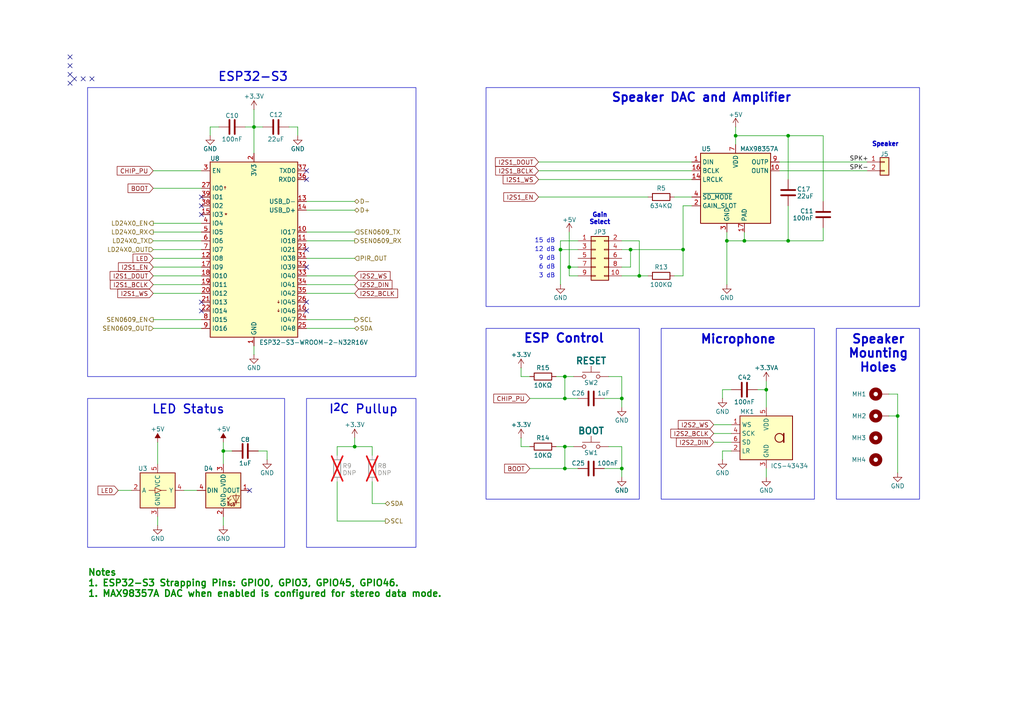
<source format=kicad_sch>
(kicad_sch (version 20250114) (generator "eeschema") (generator_version "9.0")
  (paper "A4")
  (title_block (title "ESPHome Parking Assistant") (date "2025-04-10") (rev "-") (company "Mike Lawrence"))
  (lib_symbols
    (symbol "Audio:MAX98357A"
      (property "Reference" "U" (at -8.89 11.43 0))
      (property "Value" "MAX98357A" (at 10.16 11.43 0))
      (symbol "MAX98357A_1_1"
        (rectangle (start -10.16 10.16) (end 10.16 -10.16) (stroke (width 0.254)) (fill (type background)))
        (pin input line (at -12.7 7.62 0) (length 2.54) (name "DIN") (number "1"))
        (pin input line (at -12.7 5.08 0) (length 2.54) (name "BCLK") (number "16"))
        (pin input line (at -12.7 2.54 0) (length 2.54) (name "LRCLK") (number "14"))
        (pin input line (at -12.7 -2.54 0) (length 2.54) (name "~{SD_MODE}") (number "4"))
        (pin passive line (at -12.7 -5.08 0) (length 2.54) (name "GAIN_SLOT") (number "2"))
        (pin passive line (at -2.54 -12.7 90) (length 2.54) (hide yes) (name "GND") (number "11"))
        (pin passive line (at -2.54 -12.7 90) (length 2.54) (hide yes) (name "GND") (number "15"))
        (pin power_in line (at -2.54 -12.7 90) (length 2.54) (name "GND") (number "3"))
        (pin power_in line (at 0 12.7 270) (length 2.54) (name "VDD") (number "7"))
        (pin passive line (at 0 12.7 270) (length 2.54) (hide yes) (name "VDD") (number "8"))
        (pin unspecified line (at 2.54 -12.7 90) (length 2.54) (name "PAD") (number "17"))
        (pin no_connect line (at 10.16 2.54 180) (length 2.54) (hide yes) (name "NC") (number "5"))
        (pin no_connect line (at 10.16 0 180) (length 2.54) (hide yes) (name "NC") (number "6"))
        (pin no_connect line (at 10.16 -5.08 180) (length 2.54) (hide yes) (name "NC") (number "12"))
        (pin no_connect line (at 10.16 -7.62 180) (length 2.54) (hide yes) (name "NC") (number "13"))
        (pin output line (at 12.7 7.62 180) (length 2.54) (name "OUTP") (number "9"))
        (pin output line (at 12.7 5.08 180) (length 2.54) (name "OUTN") (number "10"))
      )
    )
    (symbol "Connector_Generic:Conn_01x02" (pin_names (offset 1.016) (hide yes))
      (property "Reference" "J" (at 0 2.54 0))
      (property "Value" "Conn_01x02" (at 0 -5.08 0))
      (symbol "Conn_01x02_1_1"
        (rectangle (start -1.27 1.27) (end 1.27 -3.81) (stroke (width 0.254)) (fill (type background)))
        (rectangle (start -1.27 0.127) (end 0 -0.127) (stroke (width 0.1524)))
        (rectangle (start -1.27 -2.413) (end 0 -2.667) (stroke (width 0.1524)))
        (pin passive line (at -5.08 0 0) (length 3.81) (name "Pin_1") (number "1"))
        (pin passive line (at -5.08 -2.54 0) (length 3.81) (name "Pin_2") (number "2"))
      )
    )
    (symbol "Connector_Generic:Conn_02x05_Odd_Even" (pin_names (offset 1.016) (hide yes))
      (property "Reference" "J" (at 1.27 7.62 0))
      (property "Value" "Conn_02x05_Odd_Even" (at 1.27 -7.62 0))
      (symbol "Conn_02x05_Odd_Even_1_1"
        (rectangle (start -1.27 6.35) (end 3.81 -6.35) (stroke (width 0.254)) (fill (type background)))
        (rectangle (start -1.27 5.207) (end 0 4.953) (stroke (width 0.1524)))
        (rectangle (start -1.27 2.667) (end 0 2.413) (stroke (width 0.1524)))
        (rectangle (start -1.27 0.127) (end 0 -0.127) (stroke (width 0.1524)))
        (rectangle (start -1.27 -2.413) (end 0 -2.667) (stroke (width 0.1524)))
        (rectangle (start -1.27 -4.953) (end 0 -5.207) (stroke (width 0.1524)))
        (rectangle (start 3.81 5.207) (end 2.54 4.953) (stroke (width 0.1524)))
        (rectangle (start 3.81 2.667) (end 2.54 2.413) (stroke (width 0.1524)))
        (rectangle (start 3.81 0.127) (end 2.54 -0.127) (stroke (width 0.1524)))
        (rectangle (start 3.81 -2.413) (end 2.54 -2.667) (stroke (width 0.1524)))
        (rectangle (start 3.81 -4.953) (end 2.54 -5.207) (stroke (width 0.1524)))
        (pin passive line (at -5.08 5.08 0) (length 3.81) (name "Pin_1") (number "1"))
        (pin passive line (at -5.08 2.54 0) (length 3.81) (name "Pin_3") (number "3"))
        (pin passive line (at -5.08 0 0) (length 3.81) (name "Pin_5") (number "5"))
        (pin passive line (at -5.08 -2.54 0) (length 3.81) (name "Pin_7") (number "7"))
        (pin passive line (at -5.08 -5.08 0) (length 3.81) (name "Pin_9") (number "9"))
        (pin passive line (at 7.62 5.08 180) (length 3.81) (name "Pin_2") (number "2"))
        (pin passive line (at 7.62 2.54 180) (length 3.81) (name "Pin_4") (number "4"))
        (pin passive line (at 7.62 0 180) (length 3.81) (name "Pin_6") (number "6"))
        (pin passive line (at 7.62 -2.54 180) (length 3.81) (name "Pin_8") (number "8"))
        (pin passive line (at 7.62 -5.08 180) (length 3.81) (name "Pin_10") (number "10"))
      )
    )
    (symbol "Device:C" (pin_numbers (hide yes)) (pin_names (offset 0.254))
      (property "Reference" "C" (at 0.635 2.54 0))
      (property "Value" "C" (at 0.635 -2.54 0))
      (symbol "C_0_1"
        (polyline (pts (xy -2.032 0.762) (xy 2.032 0.762)) (stroke (width 0.508)))
        (polyline (pts (xy -2.032 -0.762) (xy 2.032 -0.762)) (stroke (width 0.508)))
      )
      (symbol "C_1_1"
        (pin passive line (at 0 3.81 270) (length 2.794) (name "~") (number "1"))
        (pin passive line (at 0 -3.81 90) (length 2.794) (name "~") (number "2"))
      )
    )
    (symbol "Device:R" (pin_numbers (hide yes)) (pin_names (offset 0))
      (property "Reference" "R" (at 2.032 0 90))
      (property "Value" "R" (at 0 0 90))
      (symbol "R_0_1"
        (rectangle (start -1.016 -2.54) (end 1.016 2.54) (stroke (width 0.254)))
      )
      (symbol "R_1_1"
        (pin passive line (at 0 3.81 270) (length 1.27) (name "~") (number "1"))
        (pin passive line (at 0 -3.81 90) (length 1.27) (name "~") (number "2"))
      )
    )
    (symbol "ESP32-S3-WROOM-2:ESP32-S3-WROOM-2"
      (property "Reference" "U2" (at 5.08 26.67 0))
      (property "Value" "ESP32-S3-WROOM-2" (at 1.524 -26.924 0))
      (symbol "ESP32-S3-WROOM-2_0_0"
        (rectangle (start -12.7 25.4) (end 12.7 -25.4) (stroke (width 0.254)) (fill (type background)))
      )
      (symbol "ESP32-S3-WROOM-2_0_1"
        (polyline (pts (xy -8.382 18.288) (xy -8.128 18.034)))
        (polyline (pts (xy -8.382 17.526) (xy -8.382 18.288) (xy -8.636 18.034)))
        (polyline (pts (xy 7.112 -14.732) (xy 7.112 -15.494) (xy 7.366 -15.24)))
        (polyline (pts (xy 7.112 -15.494) (xy 6.858 -15.24)))
        (polyline (pts (xy 7.112 -17.272) (xy 7.112 -18.034) (xy 7.366 -17.78)))
        (polyline (pts (xy 7.112 -18.034) (xy 6.858 -17.78)))
      )
      (symbol "ESP32-S3-WROOM-2_1_1"
        (text "*" (at -8.128 9.906 0) (effects (font (size 1.27 1.27))))
        (pin input line (at -15.24 22.86 0) (length 2.54) (name "EN") (number "3"))
        (pin bidirectional line (at -15.24 17.78 0) (length 2.54) (name "IO0") (number "27"))
        (pin bidirectional line (at -15.24 15.24 0) (length 2.54) (name "IO1") (number "39"))
        (pin bidirectional line (at -15.24 12.7 0) (length 2.54) (name "IO2") (number "38"))
        (pin bidirectional line (at -15.24 10.16 0) (length 2.54) (name "IO3") (number "15"))
        (pin bidirectional line (at -15.24 7.62 0) (length 2.54) (name "IO4") (number "4"))
        (pin bidirectional line (at -15.24 5.08 0) (length 2.54) (name "IO5") (number "5"))
        (pin bidirectional line (at -15.24 2.54 0) (length 2.54) (name "IO6") (number "6"))
        (pin bidirectional line (at -15.24 0 0) (length 2.54) (name "IO7") (number "7"))
        (pin bidirectional line (at -15.24 -2.54 0) (length 2.54) (name "IO8") (number "12"))
        (pin bidirectional line (at -15.24 -5.08 0) (length 2.54) (name "IO9") (number "17"))
        (pin bidirectional line (at -15.24 -7.62 0) (length 2.54) (name "IO10") (number "18"))
        (pin bidirectional line (at -15.24 -10.16 0) (length 2.54) (name "IO11") (number "19"))
        (pin bidirectional line (at -15.24 -12.7 0) (length 2.54) (name "IO12") (number "20"))
        (pin bidirectional line (at -15.24 -15.24 0) (length 2.54) (name "IO13") (number "21"))
        (pin bidirectional line (at -15.24 -17.78 0) (length 2.54) (name "IO14") (number "22"))
        (pin bidirectional line (at -15.24 -20.32 0) (length 2.54) (name "IO15") (number "8"))
        (pin bidirectional line (at -15.24 -22.86 0) (length 2.54) (name "IO16") (number "9"))
        (pin power_in line (at 0 27.94 270) (length 2.54) (name "3V3") (number "2"))
        (pin power_in line (at 0 -27.94 90) (length 2.54) (name "GND") (number "1"))
        (pin passive line (at 0 -27.94 90) (length 2.54) (hide yes) (name "GND") (number "40"))
        (pin passive line (at 0 -27.94 90) (length 2.54) (hide yes) (name "GND") (number "41"))
        (pin no_connect line (at 3.81 -25.4 270) (length 2.54) (hide yes) (name "NC3") (number "30"))
        (pin no_connect line (at 6.35 -25.4 270) (length 2.54) (hide yes) (name "NC2") (number "29"))
        (pin no_connect line (at 8.89 -25.4 270) (length 2.54) (hide yes) (name "NC1") (number "28"))
        (pin bidirectional line (at 15.24 22.86 180) (length 2.54) (name "TXD0") (number "37"))
        (pin bidirectional line (at 15.24 20.32 180) (length 2.54) (name "RXD0") (number "36"))
        (pin bidirectional line (at 15.24 13.97 180) (length 2.54) (name "USB_D-") (number "13"))
        (pin bidirectional line (at 15.24 11.43 180) (length 2.54) (name "USB_D+") (number "14"))
        (pin bidirectional line (at 15.24 5.08 180) (length 2.54) (name "IO17") (number "10"))
        (pin bidirectional line (at 15.24 2.54 180) (length 2.54) (name "IO18") (number "11"))
        (pin bidirectional line (at 15.24 0 180) (length 2.54) (name "IO21") (number "23"))
        (pin bidirectional line (at 15.24 -2.54 180) (length 2.54) (name "IO38") (number "31"))
        (pin bidirectional line (at 15.24 -5.08 180) (length 2.54) (name "IO39") (number "32"))
        (pin bidirectional line (at 15.24 -7.62 180) (length 2.54) (name "IO40") (number "33"))
        (pin bidirectional line (at 15.24 -10.16 180) (length 2.54) (name "IO41") (number "34"))
        (pin bidirectional line (at 15.24 -12.7 180) (length 2.54) (name "IO42") (number "35"))
        (pin bidirectional line (at 15.24 -15.24 180) (length 2.54) (name "IO45") (number "26"))
        (pin bidirectional line (at 15.24 -17.78 180) (length 2.54) (name "IO46") (number "16"))
        (pin bidirectional line (at 15.24 -20.32 180) (length 2.54) (name "IO47") (number "24"))
        (pin bidirectional line (at 15.24 -22.86 180) (length 2.54) (name "IO48") (number "25"))
      )
    )
    (symbol "LED:NeoPixel_THT" (pin_names (offset 0.254))
      (property "Reference" "D" (at 5.08 5.715 0))
      (property "Value" "NeoPixel_THT" (at 1.27 -5.715 0))
      (symbol "NeoPixel_THT_0_0"
        (text "RGB" (at 2.286 -4.191 0) (effects (font (size 0.762 0.762))))
      )
      (symbol "NeoPixel_THT_0_1"
        (polyline (pts (xy 1.27 -2.54) (xy 1.778 -2.54)))
        (polyline (pts (xy 1.27 -3.556) (xy 1.778 -3.556)))
        (polyline (pts (xy 2.286 -1.524) (xy 1.27 -2.54) (xy 1.27 -2.032)))
        (polyline (pts (xy 2.286 -2.54) (xy 1.27 -3.556) (xy 1.27 -3.048)))
        (polyline (pts (xy 3.683 -1.016) (xy 3.683 -3.556) (xy 3.683 -4.064)))
        (polyline (pts (xy 4.699 -1.524) (xy 2.667 -1.524) (xy 3.683 -3.556) (xy 4.699 -1.524)))
        (polyline (pts (xy 4.699 -3.556) (xy 2.667 -3.556)))
        (rectangle (start 5.08 5.08) (end -5.08 -5.08) (stroke (width 0.254)) (fill (type background)))
      )
      (symbol "NeoPixel_THT_1_1"
        (pin input line (at -7.62 0 0) (length 2.54) (name "DIN") (number "4"))
        (pin power_in line (at 0 7.62 270) (length 2.54) (name "VDD") (number "3"))
        (pin power_in line (at 0 -7.62 90) (length 2.54) (name "GND") (number "2"))
        (pin output line (at 7.62 0 180) (length 2.54) (name "DOUT") (number "1"))
      )
    )
    (symbol "Logic_LevelTranslator:SN74LV1T34DBV"
      (property "Reference" "U" (at 5.08 6.35 0))
      (property "Value" "SN74LV1T34DBV" (at 5.08 3.81 0))
      (symbol "SN74LV1T34DBV_0_1"
        (rectangle (start -5.08 5.08) (end 5.08 -5.08) (stroke (width 0.254)) (fill (type background)))
        (polyline (pts (xy -0.762 0) (xy -2.54 0)))
        (polyline (pts (xy 1.016 0) (xy 2.54 0)))
      )
      (symbol "SN74LV1T34DBV_1_1"
        (polyline (pts (xy -0.762 -0.762) (xy -0.762 0.762) (xy 1.016 0) (xy -0.762 -0.762)))
        (pin input line (at -7.62 0 0) (length 2.54) (name "A") (number "2"))
        (pin no_connect line (at -5.08 2.54 0) (length 2.54) (hide yes) (name "NC") (number "1"))
        (pin power_in line (at 0 7.62 270) (length 2.54) (name "VCC") (number "5"))
        (pin power_in line (at 0 -7.62 90) (length 2.54) (name "GND") (number "3"))
        (pin output line (at 7.62 0 180) (length 2.54) (name "Y") (number "4"))
      )
    )
    (symbol "Mechanical:MountingHole" (pin_names (offset 1.016)) (in_bom no)
      (property "Reference" "H" (at 0 5.08 0))
      (property "Value" "MountingHole" (at 0 3.175 0))
      (symbol "MountingHole_0_1"
        (circle (center 0 0) (radius 1.27) (stroke (width 1.27)))
      )
    )
    (symbol "Mechanical:MountingHole_Pad" (pin_numbers (hide yes)) (pin_names (offset 1.016) (hide yes)) (in_bom no)
      (property "Reference" "H" (at 0 6.35 0))
      (property "Value" "MountingHole_Pad" (at 0 4.445 0))
      (symbol "MountingHole_Pad_0_1"
        (circle (center 0 1.27) (radius 1.27) (stroke (width 1.27)))
      )
      (symbol "MountingHole_Pad_1_1"
        (pin input line (at 0 -2.54 90) (length 2.54) (name "1") (number "1"))
      )
    )
    (symbol "Sensor_Audio:ICS-43434"
      (property "Reference" "MK?" (at -7.62 -8.89 0))
      (property "Value" "ICS-43434" (at 2.032 -8.89 0))
      (symbol "ICS-43434_1_1"
        (rectangle (start -7.62 5.08) (end 7.62 -7.62) (stroke (width 0.254)) (fill (type background)))
        (polyline (pts (xy -5.08 0) (xy -5.08 -2.54)) (stroke (width 0.381)))
        (circle (center -3.81 -1.27) (radius 1.27) (stroke (width 0.254)))
        (pin power_in line (at 0 7.62 270) (length 2.54) (name "VDD") (number "5"))
        (pin power_in line (at 0 -10.16 90) (length 2.54) (name "GND") (number "3"))
        (pin input line (at 10.16 2.54 180) (length 2.54) (name "WS") (number "1"))
        (pin input line (at 10.16 0 180) (length 2.54) (name "SCK") (number "4"))
        (pin output line (at 10.16 -2.54 180) (length 2.54) (name "SD") (number "6"))
        (pin input line (at 10.16 -5.08 180) (length 2.54) (name "LR") (number "2"))
      )
    )
    (symbol "Switch:SW_Push" (pin_numbers (hide yes)) (pin_names (offset 1.016) (hide yes))
      (property "Reference" "SW" (at 1.27 2.54 0))
      (property "Value" "SW_Push" (at 0 -1.524 0))
      (symbol "SW_Push_0_1"
        (circle (center -2.032 0) (radius 0.508))
        (polyline (pts (xy 0 1.27) (xy 0 3.048)))
        (circle (center 2.032 0) (radius 0.508))
        (polyline (pts (xy 2.54 1.27) (xy -2.54 1.27)))
        (pin passive line (at -5.08 0 0) (length 2.54) (name "1") (number "1"))
        (pin passive line (at 5.08 0 180) (length 2.54) (name "2") (number "2"))
      )
    )
    (symbol "power:+3.3VA" (power) (pin_numbers (hide yes)) (pin_names (offset 0) (hide yes))
      (property "Value" "+3.3VA" (at 0 3.556 0))
      (symbol "+3.3VA_0_1"
        (polyline (pts (xy -0.762 1.27) (xy 0 2.54)))
        (polyline (pts (xy 0 2.54) (xy 0.762 1.27)))
        (polyline (pts (xy 0 0) (xy 0 2.54)))
      )
      (symbol "+3.3VA_1_1"
        (pin power_in line (at 0 0 90) (length 0) (name "~") (number "1"))
      )
    )
    (symbol "power:GND" (power) (pin_numbers (hide yes)) (pin_names (offset 0) (hide yes))
      (property "Value" "GND" (at 0 -3.81 0))
      (symbol "GND_0_1"
        (polyline (pts (xy 0 0) (xy 0 -1.27) (xy 1.27 -1.27) (xy 0 -2.54) (xy -1.27 -1.27) (xy 0 -1.27)))
      )
      (symbol "GND_1_1"
        (pin power_in line (at 0 0 270) (length 0) (name "~") (number "1"))
      )
    )
    (symbol "power:VBUS" (power) (pin_numbers (hide yes)) (pin_names (offset 0) (hide yes))
      (property "Value" "VBUS" (at 0 3.556 0))
      (symbol "VBUS_0_1"
        (polyline (pts (xy -0.762 1.27) (xy 0 2.54)))
        (polyline (pts (xy 0 2.54) (xy 0.762 1.27)))
        (polyline (pts (xy 0 0) (xy 0 2.54)))
      )
      (symbol "VBUS_1_1"
        (pin power_in line (at 0 0 90) (length 0) (name "~") (number "1"))
      )
    )
    (symbol "power:VS" (power) (pin_numbers (hide yes)) (pin_names (offset 0) (hide yes))
      (property "Value" "VS" (at 0 3.556 0))
      (symbol "VS_0_1"
        (polyline (pts (xy 0 0) (xy 0 2.54)))
        (polyline (pts (xy 0.762 1.27) (xy -0.762 1.27) (xy 0 2.54) (xy 0.762 1.27)) (fill (type outline)))
      )
      (symbol "VS_1_1"
        (pin power_in line (at 0 0 90) (length 0) (name "~") (number "1"))
      )
    )
  )
  (rectangle (start 140.97 25.4) (end 266.7 88.9))
  (rectangle (start 191.77 95.25) (end 236.22 144.78))
  (rectangle (start 25.4 25.4) (end 120.65 109.22))
  (rectangle (start 140.97 95.25) (end 185.42 144.78))
  (rectangle (start 25.4 115.57) (end 82.55 158.75))
  (rectangle (start 242.57 95.25) (end 266.7 144.78))
  (rectangle (start 88.9 115.57) (end 120.65 158.75))
  (text "12 dB" (at 161.036 72.39 0) (effects (font (size 1.27 1.27)) (justify right)))
  (text "3 dB" (at 161.036 80.01 0) (effects (font (size 1.27 1.27)) (justify right)))
  (text "Speaker" (at 256.794 41.91 0) (effects (font (size 1.27 1.27) (thickness 0.381) (bold yes))))
  (text "Gain\nSelect" (at 173.99 63.5 0) (effects (font (size 1.27 1.27) (thickness 0.381) (bold yes))))
  (text "I^{2}C Pullup" (at 105.41 117.348 0) (effects (font (size 2.54 2.54) (thickness 0.381) (bold yes)) (justify top)))
  (text "9 dB" (at 161.036 74.93 0) (effects (font (size 1.27 1.27)) (justify right)))
  (text "15 dB" (at 161.036 69.85 0) (effects (font (size 1.27 1.27)) (justify right)))
  (text "ESP32-S3" (at 73.406 23.876 0) (effects (font (size 2.54 2.54) (thickness 0.381) (bold yes)) (justify bottom)))
  (text "6 dB" (at 161.036 77.47 0) (effects (font (size 1.27 1.27)) (justify right)))
  (text "Speaker\nMounting\nHoles" (at 254.762 97.028 0) (effects (font (size 2.54 2.54) (thickness 0.508) (bold yes)) (justify top)))
  (text "Notes\n1. ESP32-S3 Strapping Pins: GPIO0, GPIO3, GPIO45, GPIO46.\n1. MAX98357A DAC when enabled is configured for stereo data mode." (at 25.4 165.1 0) (effects (font (size 1.905 1.905) (thickness 0.381) (bold yes)) (justify left top)))
  (text "Speaker DAC and Amplifier" (at 203.454 26.924 0) (effects (font (size 2.54 2.54) (thickness 0.508) (bold yes)) (justify top)))
  (text "ESP Control" (at 163.576 96.774 0) (effects (font (size 2.54 2.54) (thickness 0.508) (bold yes)) (justify top)))
  (text "Microphone" (at 214.122 97.028 0) (effects (font (size 2.54 2.54) (thickness 0.508) (bold yes)) (justify top)))
  (text "LED Status" (at 54.61 117.348 0) (effects (font (size 2.54 2.54) (thickness 0.381) (bold yes)) (justify top)))
  (junction (at 182.88 72.39))
  (junction (at 64.77 130.81))
  (junction (at 163.83 115.57))
  (junction (at 163.83 129.54))
  (junction (at 185.42 80.01))
  (junction (at 228.6 39.37))
  (junction (at 73.66 36.83))
  (junction (at 163.83 109.22))
  (junction (at 215.9 69.85))
  (junction (at 180.34 135.89))
  (junction (at 198.12 72.39))
  (junction (at 162.56 72.39))
  (junction (at 165.1 77.47))
  (junction (at 222.25 113.03))
  (junction (at 180.34 115.57))
  (junction (at 228.6 69.85))
  (junction (at 210.82 69.85))
  (junction (at 260.35 120.65))
  (junction (at 163.83 135.89))
  (junction (at 102.87 129.54))
  (junction (at 213.36 39.37))
  (no_connect (at 26.67 22.86))
  (no_connect (at 58.42 62.23))
  (no_connect (at 58.42 87.63))
  (no_connect (at 88.9 87.63))
  (no_connect (at 88.9 77.47))
  (no_connect (at 72.39 142.24))
  (no_connect (at 88.9 49.53))
  (no_connect (at 88.9 90.17))
  (no_connect (at 20.32 24.13))
  (no_connect (at 20.32 19.05))
  (no_connect (at 24.13 22.86))
  (no_connect (at 21.59 22.86))
  (no_connect (at 58.42 90.17))
  (no_connect (at 58.42 57.15))
  (no_connect (at 88.9 72.39))
  (no_connect (at 58.42 59.69))
  (no_connect (at 88.9 52.07))
  (no_connect (at 20.32 21.59))
  (no_connect (at 20.32 16.51))
  (wire (pts (xy 44.45 54.61) (xy 58.42 54.61)))
  (wire (pts (xy 257.81 114.3) (xy 260.35 114.3)))
  (wire (pts (xy 215.9 67.31) (xy 215.9 69.85)))
  (wire (pts (xy 153.67 115.57) (xy 163.83 115.57)))
  (wire (pts (xy 180.34 80.01) (xy 185.42 80.01)))
  (wire (pts (xy 44.45 95.25) (xy 58.42 95.25)))
  (wire (pts (xy 102.87 129.54) (xy 107.95 129.54)))
  (wire (pts (xy 180.34 115.57) (xy 180.34 109.22)))
  (wire (pts (xy 63.5 36.83) (xy 60.96 36.83)))
  (wire (pts (xy 222.25 135.89) (xy 222.25 138.43)))
  (wire (pts (xy 222.25 110.49) (xy 222.25 113.03)))
  (wire (pts (xy 71.12 36.83) (xy 73.66 36.83)))
  (wire (pts (xy 107.95 146.05) (xy 111.76 146.05)))
  (wire (pts (xy 107.95 139.7) (xy 107.95 146.05)))
  (wire (pts (xy 44.45 74.93) (xy 58.42 74.93)))
  (wire (pts (xy 238.76 58.42) (xy 238.76 39.37)))
  (wire (pts (xy 44.45 69.85) (xy 58.42 69.85)))
  (wire (pts (xy 45.72 149.86) (xy 45.72 152.4)))
  (wire (pts (xy 207.01 128.27) (xy 212.09 128.27)))
  (wire (pts (xy 86.36 36.83) (xy 86.36 39.37)))
  (wire (pts (xy 64.77 128.27) (xy 64.77 130.81)))
  (wire (pts (xy 44.45 82.55) (xy 58.42 82.55)))
  (wire (pts (xy 180.34 115.57) (xy 180.34 118.11)))
  (wire (pts (xy 228.6 52.07) (xy 228.6 39.37)))
  (wire (pts (xy 228.6 59.69) (xy 228.6 69.85)))
  (wire (pts (xy 67.31 130.81) (xy 64.77 130.81)))
  (wire (pts (xy 161.29 129.54) (xy 163.83 129.54)))
  (wire (pts (xy 207.01 123.19) (xy 212.09 123.19)))
  (wire (pts (xy 88.9 74.93) (xy 102.87 74.93)))
  (wire (pts (xy 44.45 72.39) (xy 58.42 72.39)))
  (wire (pts (xy 213.36 39.37) (xy 228.6 39.37)))
  (wire (pts (xy 83.82 36.83) (xy 86.36 36.83)))
  (wire (pts (xy 167.64 80.01) (xy 165.1 80.01)))
  (wire (pts (xy 88.9 80.01) (xy 102.87 80.01)))
  (wire (pts (xy 74.93 130.81) (xy 77.47 130.81)))
  (wire (pts (xy 182.88 72.39) (xy 198.12 72.39)))
  (wire (pts (xy 163.83 109.22) (xy 161.29 109.22)))
  (wire (pts (xy 209.55 130.81) (xy 209.55 133.35)))
  (wire (pts (xy 182.88 72.39) (xy 182.88 77.47)))
  (wire (pts (xy 44.45 49.53) (xy 58.42 49.53)))
  (wire (pts (xy 200.66 59.69) (xy 198.12 59.69)))
  (wire (pts (xy 180.34 69.85) (xy 185.42 69.85)))
  (wire (pts (xy 64.77 149.86) (xy 64.77 152.4)))
  (wire (pts (xy 260.35 114.3) (xy 260.35 120.65)))
  (wire (pts (xy 167.64 77.47) (xy 165.1 77.47)))
  (wire (pts (xy 73.66 100.33) (xy 73.66 102.87)))
  (wire (pts (xy 167.64 69.85) (xy 162.56 69.85)))
  (wire (pts (xy 44.45 85.09) (xy 58.42 85.09)))
  (wire (pts (xy 162.56 72.39) (xy 167.64 72.39)))
  (wire (pts (xy 210.82 69.85) (xy 210.82 82.55)))
  (wire (pts (xy 163.83 129.54) (xy 166.37 129.54)))
  (wire (pts (xy 162.56 72.39) (xy 162.56 82.55)))
  (wire (pts (xy 97.79 129.54) (xy 102.87 129.54)))
  (wire (pts (xy 165.1 77.47) (xy 165.1 67.31)))
  (wire (pts (xy 44.45 67.31) (xy 58.42 67.31)))
  (wire (pts (xy 44.45 80.01) (xy 58.42 80.01)))
  (wire (pts (xy 73.66 31.75) (xy 73.66 36.83)))
  (wire (pts (xy 163.83 135.89) (xy 167.64 135.89)))
  (wire (pts (xy 212.09 130.81) (xy 209.55 130.81)))
  (wire (pts (xy 102.87 127) (xy 102.87 129.54)))
  (wire (pts (xy 73.66 36.83) (xy 76.2 36.83)))
  (wire (pts (xy 180.34 135.89) (xy 180.34 138.43)))
  (wire (pts (xy 165.1 80.01) (xy 165.1 77.47)))
  (wire (pts (xy 213.36 39.37) (xy 213.36 41.91)))
  (wire (pts (xy 151.13 127) (xy 151.13 129.54)))
  (wire (pts (xy 212.09 113.03) (xy 209.55 113.03)))
  (wire (pts (xy 107.95 129.54) (xy 107.95 132.08)))
  (wire (pts (xy 207.01 125.73) (xy 212.09 125.73)))
  (wire (pts (xy 34.29 142.24) (xy 38.1 142.24)))
  (wire (pts (xy 153.67 129.54) (xy 151.13 129.54)))
  (wire (pts (xy 88.9 69.85) (xy 102.87 69.85)))
  (wire (pts (xy 215.9 69.85) (xy 210.82 69.85)))
  (wire (pts (xy 153.67 135.89) (xy 163.83 135.89)))
  (wire (pts (xy 162.56 69.85) (xy 162.56 72.39)))
  (wire (pts (xy 163.83 109.22) (xy 166.37 109.22)))
  (wire (pts (xy 151.13 106.68) (xy 151.13 109.22)))
  (wire (pts (xy 88.9 67.31) (xy 102.87 67.31)))
  (wire (pts (xy 198.12 72.39) (xy 198.12 80.01)))
  (wire (pts (xy 163.83 129.54) (xy 163.83 135.89)))
  (wire (pts (xy 156.21 46.99) (xy 200.66 46.99)))
  (wire (pts (xy 73.66 36.83) (xy 73.66 44.45)))
  (wire (pts (xy 153.67 109.22) (xy 151.13 109.22)))
  (wire (pts (xy 180.34 72.39) (xy 182.88 72.39)))
  (wire (pts (xy 45.72 128.27) (xy 45.72 134.62)))
  (wire (pts (xy 176.53 129.54) (xy 180.34 129.54)))
  (wire (pts (xy 213.36 36.83) (xy 213.36 39.37)))
  (wire (pts (xy 64.77 130.81) (xy 64.77 134.62)))
  (wire (pts (xy 222.25 113.03) (xy 222.25 118.11)))
  (wire (pts (xy 60.96 36.83) (xy 60.96 39.37)))
  (wire (pts (xy 97.79 151.13) (xy 111.76 151.13)))
  (wire (pts (xy 77.47 130.81) (xy 77.47 133.35)))
  (wire (pts (xy 44.45 77.47) (xy 58.42 77.47)))
  (wire (pts (xy 180.34 77.47) (xy 182.88 77.47)))
  (wire (pts (xy 167.64 115.57) (xy 163.83 115.57)))
  (wire (pts (xy 260.35 120.65) (xy 257.81 120.65)))
  (wire (pts (xy 156.21 57.15) (xy 187.96 57.15)))
  (wire (pts (xy 156.21 52.07) (xy 200.66 52.07)))
  (wire (pts (xy 88.9 82.55) (xy 102.87 82.55)))
  (wire (pts (xy 163.83 109.22) (xy 163.83 115.57)))
  (wire (pts (xy 209.55 113.03) (xy 209.55 115.57)))
  (wire (pts (xy 185.42 69.85) (xy 185.42 80.01)))
  (wire (pts (xy 176.53 109.22) (xy 180.34 109.22)))
  (wire (pts (xy 226.06 49.53) (xy 251.46 49.53)))
  (wire (pts (xy 97.79 139.7) (xy 97.79 151.13)))
  (wire (pts (xy 156.21 49.53) (xy 200.66 49.53)))
  (wire (pts (xy 88.9 85.09) (xy 102.87 85.09)))
  (wire (pts (xy 44.45 92.71) (xy 58.42 92.71)))
  (wire (pts (xy 185.42 80.01) (xy 187.96 80.01)))
  (wire (pts (xy 198.12 72.39) (xy 198.12 59.69)))
  (wire (pts (xy 175.26 115.57) (xy 180.34 115.57)))
  (wire (pts (xy 88.9 58.42) (xy 102.87 58.42)))
  (wire (pts (xy 228.6 39.37) (xy 238.76 39.37)))
  (wire (pts (xy 238.76 69.85) (xy 228.6 69.85)))
  (wire (pts (xy 228.6 69.85) (xy 215.9 69.85)))
  (wire (pts (xy 88.9 92.71) (xy 102.87 92.71)))
  (wire (pts (xy 180.34 129.54) (xy 180.34 135.89)))
  (wire (pts (xy 88.9 95.25) (xy 102.87 95.25)))
  (wire (pts (xy 198.12 80.01) (xy 195.58 80.01)))
  (wire (pts (xy 260.35 120.65) (xy 260.35 137.16)))
  (wire (pts (xy 44.45 64.77) (xy 58.42 64.77)))
  (wire (pts (xy 219.71 113.03) (xy 222.25 113.03)))
  (wire (pts (xy 238.76 66.04) (xy 238.76 69.85)))
  (wire (pts (xy 53.34 142.24) (xy 57.15 142.24)))
  (wire (pts (xy 180.34 135.89) (xy 175.26 135.89)))
  (wire (pts (xy 200.66 57.15) (xy 195.58 57.15)))
  (wire (pts (xy 97.79 132.08) (xy 97.79 129.54)))
  (wire (pts (xy 210.82 69.85) (xy 210.82 67.31)))
  (wire (pts (xy 88.9 60.96) (xy 102.87 60.96)))
  (wire (pts (xy 226.06 46.99) (xy 251.46 46.99)))
  (label "SPK-" (at 246.38 49.53 0))
  (label "SPK+" (at 246.38 46.99 0))
  (global_label "I2S1_WS" (shape input) (at 44.45 85.09 180) (property "Intersheetrefs" "${INTERSHEET_REFS}" (effects (hide yes))))
  (global_label "I2S2_DIN" (shape input) (at 102.87 82.55 0) (property "Intersheetrefs" "${INTERSHEET_REFS}" (effects (hide yes))))
  (global_label "LED" (shape input) (at 34.29 142.24 180) (property "Intersheetrefs" "${INTERSHEET_REFS}" (effects (hide yes))))
  (global_label "I2S2_BCLK" (shape input) (at 102.87 85.09 0) (property "Intersheetrefs" "${INTERSHEET_REFS}" (effects (hide yes))))
  (global_label "I2S1_EN" (shape input) (at 156.21 57.15 180) (property "Intersheetrefs" "${INTERSHEET_REFS}" (effects (hide yes))))
  (global_label "I2S2_WS" (shape input) (at 207.01 123.19 180) (property "Intersheetrefs" "${INTERSHEET_REFS}" (effects (hide yes))))
  (global_label "I2S1_BCLK" (shape input) (at 44.45 82.55 180) (property "Intersheetrefs" "${INTERSHEET_REFS}" (effects (hide yes))))
  (global_label "I2S2_DIN" (shape input) (at 207.01 128.27 180) (property "Intersheetrefs" "${INTERSHEET_REFS}" (effects (hide yes))))
  (global_label "BOOT" (shape input) (at 44.45 54.61 180) (property "Intersheetrefs" "${INTERSHEET_REFS}" (effects (hide yes))))
  (global_label "I2S1_EN" (shape input) (at 44.45 77.47 180) (property "Intersheetrefs" "${INTERSHEET_REFS}" (effects (hide yes))))
  (global_label "I2S1_DOUT" (shape input) (at 156.21 46.99 180) (property "Intersheetrefs" "${INTERSHEET_REFS}" (effects (hide yes))))
  (global_label "LED" (shape input) (at 44.45 74.93 180) (property "Intersheetrefs" "${INTERSHEET_REFS}" (effects (hide yes))))
  (global_label "I2S1_WS" (shape input) (at 156.21 52.07 180) (property "Intersheetrefs" "${INTERSHEET_REFS}" (effects (hide yes))))
  (global_label "I2S1_BCLK" (shape input) (at 156.21 49.53 180) (property "Intersheetrefs" "${INTERSHEET_REFS}" (effects (hide yes))))
  (global_label "CHIP_PU" (shape input) (at 153.67 115.57 180) (property "Intersheetrefs" "${INTERSHEET_REFS}" (effects (hide yes))))
  (global_label "I2S1_DOUT" (shape input) (at 44.45 80.01 180) (property "Intersheetrefs" "${INTERSHEET_REFS}" (effects (hide yes))))
  (global_label "I2S2_WS" (shape input) (at 102.87 80.01 0) (property "Intersheetrefs" "${INTERSHEET_REFS}" (effects (hide yes))))
  (global_label "CHIP_PU" (shape input) (at 44.45 49.53 180) (property "Intersheetrefs" "${INTERSHEET_REFS}" (effects (hide yes))))
  (global_label "I2S2_BCLK" (shape input) (at 207.01 125.73 180) (property "Intersheetrefs" "${INTERSHEET_REFS}" (effects (hide yes))))
  (global_label "BOOT" (shape input) (at 153.67 135.89 180) (property "Intersheetrefs" "${INTERSHEET_REFS}" (effects (hide yes))))
  (hierarchical_label "SEN0609_EN" (shape output) (at 44.45 92.71 180))
  (hierarchical_label "SCL" (shape output) (at 102.87 92.71 0))
  (hierarchical_label "D+" (shape bidirectional) (at 102.87 60.96 0))
  (hierarchical_label "LD24X0_TX" (shape input) (at 44.45 69.85 180))
  (hierarchical_label "SDA" (shape bidirectional) (at 102.87 95.25 0))
  (hierarchical_label "LD24X0_RX" (shape output) (at 44.45 67.31 180))
  (hierarchical_label "SEN0609_OUT" (shape input) (at 44.45 95.25 180))
  (hierarchical_label "SEN0609_TX" (shape input) (at 102.87 67.31 0))
  (hierarchical_label "LD24X0_EN" (shape output) (at 44.45 64.77 180))
  (hierarchical_label "SCL" (shape output) (at 111.76 151.13 0))
  (hierarchical_label "LD24X0_OUT" (shape input) (at 44.45 72.39 180))
  (hierarchical_label "SEN0609_RX" (shape output) (at 102.87 69.85 0))
  (hierarchical_label "PIR_OUT" (shape input) (at 102.87 74.93 0))
  (hierarchical_label "SDA" (shape bidirectional) (at 111.76 146.05 0))
  (hierarchical_label "D-" (shape bidirectional) (at 102.87 58.42 0))
  (symbol (lib_id "Mechanical:MountingHole") (at 254 127 0) (unit 1) (in_bom no)
    (property "Reference" "MH3" (at 251.206 127 0) (effects (justify right)))
    (property "Footprint" "MountingHole:MountingHole_2.2mm_M2_Pad" (effects (hide yes)))
    (property "Description" "Mounting Hole without connection" (effects (hide yes)))
  )
  (symbol (lib_id "Mechanical:MountingHole") (at 254 133.35 0) (unit 1) (in_bom no)
    (property "Reference" "MH4" (at 251.206 133.35 0) (effects (justify right)))
    (property "Footprint" "MountingHole:MountingHole_2.2mm_M2_Pad" (effects (hide yes)))
    (property "Description" "Mounting Hole without connection" (effects (hide yes)))
  )
  (symbol (lib_id "power:GND") (at 60.96 39.37 0) (unit 1)
    (property "Reference" "#PWR016" (effects (hide yes)))
    (property "Value" "GND" (at 60.96 43.18 0))
    (property "Description" "Power symbol creates a global label with name \"GND\" , ground" (effects (hide yes)))
  )
  (symbol (lib_id "power:VS") (at 64.77 128.27 0) (unit 1)
    (property "Reference" "#PWR020" (effects (hide yes)))
    (property "Value" "+5V" (at 64.77 124.46 0))
    (property "Description" "Power symbol creates a global label with name \"VS\"" (effects (hide yes)))
  )
  (symbol (lib_id "power:+3.3VA") (at 151.13 106.68 0) (unit 1)
    (property "Reference" "#PWR076" (effects (hide yes)))
    (property "Value" "+3.3V" (at 151.13 102.87 0))
    (property "Description" "Power symbol creates a global label with name \"+3.3VA\"" (effects (hide yes)))
  )
  (symbol (lib_id "power:GND") (at 210.82 82.55 0) (unit 1)
    (property "Reference" "#PWR047" (effects (hide yes)))
    (property "Value" "GND" (at 210.82 86.36 0))
    (property "Description" "Power symbol creates a global label with name \"GND\" , ground" (effects (hide yes)))
  )
  (symbol (lib_id "power:GND") (at 260.35 137.16 0) (unit 1)
    (property "Reference" "#PWR081" (effects (hide yes)))
    (property "Value" "GND" (at 260.35 140.97 0))
    (property "Description" "Power symbol creates a global label with name \"GND\" , ground" (effects (hide yes)))
  )
  (symbol (lib_id "power:GND") (at 222.25 138.43 0) (unit 1)
    (property "Reference" "#PWR071" (effects (hide yes)))
    (property "Value" "GND" (at 222.25 142.24 0))
    (property "Description" "Power symbol creates a global label with name \"GND\" , ground" (effects (hide yes)))
  )
  (symbol (lib_id "Audio:MAX98357A") (at 213.36 54.61 0) (unit 1)
    (property "Reference" "U5" (at 203.454 43.18 0) (effects (justify left)))
    (property "Value" "MAX98357A" (at 214.63 43.18 0) (effects (justify left)))
    (property "Footprint" "Package_DFN_QFN:TQFN-16-1EP_3x3mm_P0.5mm_EP1.23x1.23mm" (effects (hide yes)))
    (property "Datasheet" "https://www.analog.com/media/en/technical-documentation/data-sheets/MAX98357A-MAX98357B.pdf" (effects (hide yes)))
    (property "Description" "Mono DAC with amplifier, I2S, PCM, TDM, 32-bit, 96khz, 3.2W, TQFP-16" (effects (hide yes)))
    (property "Part Number" "MAX98357AETE" (effects (hide yes)))
    (property "Manufacturer" "Maxim" (effects (hide yes)))
  )
  (symbol (lib_id "Device:R") (at 157.48 129.54 90) (unit 1)
    (property "Reference" "R14" (at 157.48 127 90))
    (property "Value" "10KΩ" (at 157.48 132.08 90))
    (property "Footprint" "Resistor_SMD:R_0402_1005Metric" (effects (hide yes)))
    (property "Description" "Resistor, 10KΩ, 62.5mW, 1%, 0402" (effects (hide yes)))
    (property "Manufacturer" "Vishay / Dale" (effects (hide yes)))
    (property "Part Number" "CRCW040210K0FKED" (effects (hide yes)))
  )
  (symbol (lib_id "Device:C") (at 215.9 113.03 90) (unit 1)
    (property "Reference" "C42" (at 215.9 109.474 90))
    (property "Value" "100nF" (at 215.9 116.586 90))
    (property "Footprint" "Capacitor_SMD:C_0402_1005Metric" (effects (hide yes)))
    (property "Description" "Capacitor, 100nF, MLCC, 50V, X7R, 10%, 0402" (effects (hide yes)))
    (property "Manufacturer" "Samsung" (effects (hide yes)))
    (property "Part Number" "CL05B104KB54PNC" (effects (hide yes)))
  )
  (symbol (lib_id "Connector_Generic:Conn_02x05_Odd_Even") (at 172.72 74.93 0) (unit 1)
    (property "Reference" "JP3" (at 173.99 67.31 0))
    (property "Value" "Gain" (effects (hide yes)))
    (property "Footprint" "TMM-105-01-X-D-SM:SAMTEC_TMM-105-01-X-D-SM" (effects (hide yes)))
    (property "Description" "Header, 10 position, 2mm spacing, dual row, 02x05, SMT" (effects (hide yes)))
    (property "Manufacturer" "Samtec" (effects (hide yes)))
    (property "Part Number" "TMM-105-01-L-D-SM-P-TR" (effects (hide yes)))
  )
  (symbol (lib_id "power:VS") (at 45.72 128.27 0) (unit 1)
    (property "Reference" "#PWR019" (effects (hide yes)))
    (property "Value" "+5V" (at 45.72 124.46 0))
    (property "Description" "Power symbol creates a global label with name \"VS\"" (effects (hide yes)))
  )
  (symbol (lib_id "power:GND") (at 162.56 82.55 0) (unit 1)
    (property "Reference" "#PWR075" (effects (hide yes)))
    (property "Value" "GND" (at 162.56 86.36 0))
    (property "Description" "Power symbol creates a global label with name \"GND\" , ground" (effects (hide yes)))
  )
  (symbol (lib_id "Device:R") (at 191.77 80.01 90) (mirror x) (unit 1)
    (property "Reference" "R13" (at 191.77 77.47 90))
    (property "Value" "100KΩ" (at 191.77 82.55 90))
    (property "Footprint" "Resistor_SMD:R_0402_1005Metric" (effects (hide yes)))
    (property "Description" "Resistor, 100KΩ, 62.5mW, 1%, 0402" (effects (hide yes)))
    (property "Part Number" "CRCW0402100KFKED" (effects (hide yes)))
    (property "Manufacturer" "Vishay / Dale" (effects (hide yes)))
  )
  (symbol (lib_id "power:+3.3VA") (at 102.87 127 0) (unit 1)
    (property "Reference" "#PWR015" (effects (hide yes)))
    (property "Value" "+3.3V" (at 102.87 123.19 0))
    (property "Description" "Power symbol creates a global label with name \"+3.3VA\"" (effects (hide yes)))
  )
  (symbol (lib_id "LED:NeoPixel_THT") (at 64.77 142.24 0) (unit 1)
    (property "Reference" "D4" (at 60.452 135.89 0))
    (property "Value" "NeoPixel_THT" (effects (hide yes)))
    (property "Footprint" "LED_THT:LED_D5.0mm-4_RGB" (effects (hide yes)))
    (property "Datasheet" "https://www.adafruit.com/product/1938" (effects (hide yes)))
    (property "Description" "RGB LED with integrated controller, 5mm/8mm LED package" (effects (hide yes)))
    (property "Manufacturer" "Adafruit" (effects (hide yes)))
    (property "Part Number" "1938" (effects (hide yes)))
  )
  (symbol (lib_id "Device:R") (at 97.79 135.89 0) (unit 1) (dnp yes)
    (property "Reference" "R9" (at 99.314 135.128 0) (effects (justify left)))
    (property "Value" "DNP" (at 99.314 137.16 0) (effects (justify left)))
    (property "Footprint" "Resistor_SMD:R_0402_1005Metric" (effects (hide yes)))
    (property "Description" "Resistor, Do Not Populate, 0402" (effects (hide yes)))
  )
  (symbol (lib_id "Logic_LevelTranslator:SN74LV1T34DBV") (at 45.72 142.24 0) (unit 1)
    (property "Reference" "U3" (at 41.402 135.89 0))
    (property "Value" "SN74LV1T34DBV" (effects (hide yes)))
    (property "Footprint" "Package_TO_SOT_SMD:SOT-23-5" (effects (hide yes)))
    (property "Datasheet" "https://www.ti.com/lit/ds/symlink/sn74lv1t34.pdf" (effects (hide yes)))
    (property "Description" "IC, Single Power Supply, Single Buffer GATE, CMOS Logic, Level Shifter, SOT-23-5" (effects (hide yes)))
    (property "Manufacturer" "Texas Instruments" (effects (hide yes)))
    (property "Part Number" "SN74LV1T34DBV" (effects (hide yes)))
  )
  (symbol (lib_id "Switch:SW_Push") (at 171.45 109.22 0) (mirror y) (unit 1)
    (property "Reference" "SW2" (at 171.45 110.998 0))
    (property "Value" "RESET" (at 171.45 104.648 0) (effects (font (size 1.905 1.905) (thickness 0.381) (bold yes))))
    (property "Footprint" "Button_Switch_SMD:SW_SPST_B3U-1000P-B" (effects (hide yes)))
    (property "Datasheet" "https://omronfs.omron.com/en_US/ecb/products/pdf/en-b3u.pdf" (effects (hide yes)))
    (property "Description" "Switch, SMD" (effects (hide yes)))
    (property "Part Number" "B3U-1000P" (effects (hide yes)))
    (property "Manufacturer" "Omron" (effects (hide yes)))
  )
  (symbol (lib_id "power:GND") (at 180.34 138.43 0) (unit 1)
    (property "Reference" "#PWR078" (effects (hide yes)))
    (property "Value" "GND" (at 180.34 142.24 0))
    (property "Description" "Power symbol creates a global label with name \"GND\" , ground" (effects (hide yes)))
  )
  (symbol (lib_id "power:VBUS") (at 213.36 36.83 0) (unit 1)
    (property "Reference" "#PWR048" (effects (hide yes)))
    (property "Value" "+5V" (at 213.36 33.274 0))
    (property "Description" "Power symbol creates a global label with name \"VBUS\"" (effects (hide yes)))
  )
  (symbol (lib_id "Device:R") (at 107.95 135.89 0) (unit 1) (dnp yes)
    (property "Reference" "R8" (at 109.474 135.128 0) (effects (justify left)))
    (property "Value" "DNP" (at 109.474 137.16 0) (effects (justify left)))
    (property "Footprint" "Resistor_SMD:R_0402_1005Metric" (effects (hide yes)))
    (property "Description" "Resistor, Do Not Populate, 0402" (effects (hide yes)))
  )
  (symbol (lib_id "power:VBUS") (at 165.1 67.31 0) (unit 1)
    (property "Reference" "#PWR073" (effects (hide yes)))
    (property "Value" "+5V" (at 165.1 63.754 0))
    (property "Description" "Power symbol creates a global label with name \"VBUS\"" (effects (hide yes)))
  )
  (symbol (lib_id "power:GND") (at 64.77 152.4 0) (unit 1)
    (property "Reference" "#PWR024" (effects (hide yes)))
    (property "Value" "GND" (at 64.77 156.21 0))
    (property "Description" "Power symbol creates a global label with name \"GND\" , ground" (effects (hide yes)))
  )
  (symbol (lib_id "power:+3.3VA") (at 222.25 110.49 0) (unit 1)
    (property "Reference" "#PWR070" (effects (hide yes)))
    (property "Value" "+3.3VA" (at 222.25 106.68 0))
    (property "Description" "Power symbol creates a global label with name \"+3.3VA\"" (effects (hide yes)))
  )
  (symbol (lib_id "Device:C") (at 171.45 135.89 270) (unit 1)
    (property "Reference" "C25" (at 169.672 134.366 90) (effects (justify right)))
    (property "Value" "100nF" (at 173.228 134.366 90) (effects (justify left)))
    (property "Footprint" "Capacitor_SMD:C_0402_1005Metric" (effects (hide yes)))
    (property "Description" "Capacitor, 100nF, MLCC, 50V, X7R, 10%, 0402" (effects (hide yes)))
    (property "Manufacturer" "Samsung" (effects (hide yes)))
    (property "Part Number" "CL05B104KB54PNC" (effects (hide yes)))
  )
  (symbol (lib_id "Device:R") (at 191.77 57.15 90) (mirror x) (unit 1)
    (property "Reference" "R5" (at 191.77 54.61 90))
    (property "Value" "634KΩ" (at 191.77 59.69 90))
    (property "Footprint" "Resistor_SMD:R_0402_1005Metric" (effects (hide yes)))
    (property "Description" "Resistor, 634KΩ, 62.5mW, 1%, 0402" (effects (hide yes)))
    (property "Part Number" "CRCW0402634KFKED" (effects (hide yes)))
    (property "Manufacturer" "Vishay / Dale" (effects (hide yes)))
  )
  (symbol (lib_id "power:GND") (at 209.55 115.57 0) (unit 1)
    (property "Reference" "#PWR072" (effects (hide yes)))
    (property "Value" "GND" (at 209.55 119.38 0))
    (property "Description" "Power symbol creates a global label with name \"GND\" , ground" (effects (hide yes)))
  )
  (symbol (lib_id "power:+3.3VA") (at 151.13 127 0) (unit 1)
    (property "Reference" "#PWR077" (effects (hide yes)))
    (property "Value" "+3.3V" (at 151.13 123.19 0))
    (property "Description" "Power symbol creates a global label with name \"+3.3VA\"" (effects (hide yes)))
  )
  (symbol (lib_id "Device:C") (at 80.01 36.83 90) (mirror x) (unit 1)
    (property "Reference" "C12" (at 80.01 33.274 90))
    (property "Value" "22uF" (at 80.01 40.386 90))
    (property "Footprint" "Capacitor_SMD:C_0603_1608Metric" (effects (hide yes)))
    (property "Description" "Capacitor, 22uF, MLCC, 6.3V, X5R, 20%, 0603" (effects (hide yes)))
    (property "Manufacturer" "Murata" (effects (hide yes)))
    (property "Part Number" "GRM188R60J226MEA0D" (effects (hide yes)))
  )
  (symbol (lib_id "Device:C") (at 238.76 62.23 0) (mirror y) (unit 1)
    (property "Reference" "C11" (at 235.966 61.214 0) (effects (justify left)))
    (property "Value" "100nF" (at 235.966 63.246 0) (effects (justify left)))
    (property "Footprint" "Capacitor_SMD:C_0402_1005Metric" (effects (hide yes)))
    (property "Description" "Capacitor, 100nF, MLCC, 50V, X7R, 10%, 0402" (effects (hide yes)))
    (property "Manufacturer" "Samsung" (effects (hide yes)))
    (property "Part Number" "CL05B104KB54PNC" (effects (hide yes)))
  )
  (symbol (lib_id "Device:R") (at 157.48 109.22 90) (unit 1)
    (property "Reference" "R15" (at 157.48 106.68 90))
    (property "Value" "10KΩ" (at 157.48 111.76 90))
    (property "Footprint" "Resistor_SMD:R_0402_1005Metric" (effects (hide yes)))
    (property "Description" "Resistor, 10KΩ, 62.5mW, 1%, 0402" (effects (hide yes)))
    (property "Manufacturer" "Vishay / Dale" (effects (hide yes)))
    (property "Part Number" "CRCW040210K0FKED" (effects (hide yes)))
  )
  (symbol (lib_id "Device:C") (at 67.31 36.83 90) (unit 1)
    (property "Reference" "C10" (at 67.31 33.528 90))
    (property "Value" "100nF" (at 67.31 40.386 90))
    (property "Footprint" "Capacitor_SMD:C_0402_1005Metric" (effects (hide yes)))
    (property "Description" "Capacitor, 100nF, MLCC, 50V, X7R, 10%, 0402" (effects (hide yes)))
    (property "Manufacturer" "Samsung" (effects (hide yes)))
    (property "Part Number" "CL05B104KB54PNC" (effects (hide yes)))
  )
  (symbol (lib_id "power:GND") (at 45.72 152.4 0) (unit 1)
    (property "Reference" "#PWR023" (effects (hide yes)))
    (property "Value" "GND" (at 45.72 156.21 0))
    (property "Description" "Power symbol creates a global label with name \"GND\" , ground" (effects (hide yes)))
  )
  (symbol (lib_id "Switch:SW_Push") (at 171.45 129.54 0) (mirror y) (unit 1)
    (property "Reference" "SW1" (at 171.45 131.318 0))
    (property "Value" "BOOT" (at 171.45 124.968 0) (effects (font (size 1.905 1.905) (thickness 0.381) (bold yes))))
    (property "Footprint" "Button_Switch_SMD:SW_SPST_B3U-1000P-B" (effects (hide yes)))
    (property "Datasheet" "https://omronfs.omron.com/en_US/ecb/products/pdf/en-b3u.pdf" (effects (hide yes)))
    (property "Description" "Switch, SMD" (effects (hide yes)))
    (property "Part Number" "B3U-1000P" (effects (hide yes)))
    (property "Manufacturer" "Omron" (effects (hide yes)))
  )
  (symbol (lib_id "Device:C") (at 171.45 115.57 90) (unit 1)
    (property "Reference" "C26" (at 169.672 114.046 90) (effects (justify left)))
    (property "Value" "1uF" (at 173.228 114.046 90) (effects (justify right)))
    (property "Footprint" "Capacitor_SMD:C_0402_1005Metric" (effects (hide yes)))
    (property "Description" "Capacitor, 1uF, MLCC, 25V, X5R, 10%, 0402" (effects (hide yes)))
    (property "Manufacturer" "Samsung" (effects (hide yes)))
    (property "Part Number" "CL05A105KA5NQNC" (effects (hide yes)))
  )
  (symbol (lib_id "Mechanical:MountingHole_Pad") (at 255.27 120.65 90) (unit 1) (in_bom no)
    (property "Reference" "MH2" (at 249.174 120.65 90))
    (property "Footprint" "MountingHole:MountingHole_2.2mm_M2_Pad" (effects (hide yes)))
    (property "Description" "Mounting Hole with connection" (effects (hide yes)))
  )
  (symbol (lib_id "ESP32-S3-WROOM-2:ESP32-S3-WROOM-2") (at 73.66 72.39 0) (unit 1)
    (property "Reference" "U8" (at 60.96 45.974 0) (effects (justify left)))
    (property "Value" "ESP32-S3-WROOM-2-N32R16V" (at 75.184 99.314 0) (effects (justify left)))
    (property "Footprint" "RF_Module:ESP32-S3-WROOM-2" (effects (hide yes)))
    (property "Datasheet" "https://www.espressif.com/sites/default/files/documentation/esp32-s3-wroom-2_datasheet_en.pdf" (effects (hide yes)))
    (property "Description" "RF Module, ESP32-S3 SoC, Wi-Fi 802.11b/g/n, Bluetooth, BLE, 32-bit, 3.3V, onboard antenna, SMD" (effects (hide yes)))
    (property "Manufacturer" "Espressif" (effects (hide yes)))
    (property "Part Number" "ESP32-S3-WROOM-2-N32R16V" (effects (hide yes)))
  )
  (symbol (lib_id "power:GND") (at 73.66 102.87 0) (unit 1)
    (property "Reference" "#PWR018" (effects (hide yes)))
    (property "Value" "GND" (at 73.66 106.68 0))
    (property "Description" "Power symbol creates a global label with name \"GND\" , ground" (effects (hide yes)))
  )
  (symbol (lib_id "Device:C") (at 71.12 130.81 90) (unit 1)
    (property "Reference" "C8" (at 71.12 127.508 90))
    (property "Value" "1uF" (at 71.12 134.366 90))
    (property "Footprint" "Capacitor_SMD:C_0402_1005Metric" (effects (hide yes)))
    (property "Description" "Capacitor, 1uF, MLCC, 25V, X5R, 10%, 0402" (effects (hide yes)))
    (property "Manufacturer" "Samsung" (effects (hide yes)))
    (property "Part Number" "CL05A105KA5NQNC" (effects (hide yes)))
  )
  (symbol (lib_id "power:GND") (at 86.36 39.37 0) (unit 1)
    (property "Reference" "#PWR017" (effects (hide yes)))
    (property "Value" "GND" (at 86.36 43.18 0))
    (property "Description" "Power symbol creates a global label with name \"GND\" , ground" (effects (hide yes)))
  )
  (symbol (lib_id "Connector_Generic:Conn_01x02") (at 256.54 46.99 0) (unit 1)
    (property "Reference" "J5" (at 256.54 44.704 0))
    (property "Value" "SPKR" (effects (hide yes)))
    (property "Footprint" "Connector_PinHeader_2.00mm:PinHeader_1x02_P2.00mm_Vertical" (effects (hide yes)))
    (property "Description" "Solder Holes for up to 24 ga wire" (effects (hide yes)))
    (property "Manufacturer" "Same Sky" (effects (hide yes)))
    (property "Part Number" "CMS-251437-24SP-X8 " (effects (hide yes)))
  )
  (symbol (lib_id "power:+3.3VA") (at 73.66 31.75 0) (unit 1)
    (property "Reference" "#PWR013" (effects (hide yes)))
    (property "Value" "+3.3V" (at 73.66 27.94 0))
    (property "Description" "Power symbol creates a global label with name \"+3.3VA\"" (effects (hide yes)))
  )
  (symbol (lib_id "power:GND") (at 209.55 133.35 0) (unit 1)
    (property "Reference" "#PWR049" (effects (hide yes)))
    (property "Value" "GND" (at 209.55 137.16 0))
    (property "Description" "Power symbol creates a global label with name \"GND\" , ground" (effects (hide yes)))
  )
  (symbol (lib_id "Sensor_Audio:ICS-43434") (at 222.25 125.73 0) (mirror y) (unit 1)
    (property "Reference" "MK1" (at 214.63 119.38 0) (effects (justify right)))
    (property "Value" "ICS-43434" (at 223.52 135.128 0) (effects (justify right)))
    (property "Footprint" "Sensor_Audio:InvenSense_ICS-43434-6_3.5x2.65mm" (effects (hide yes)))
    (property "Datasheet" "https://www.invensense.com/wp-content/uploads/2016/02/DS-000069-ICS-43434-v1.2.pdf" (effects (hide yes)))
    (property "Description" "TDK InvenSense MEMS Microphone, 24-bit I2S, 65 dBA SNR, LGA-6" (effects (hide yes)))
    (property "Manufacturer" "TDK InvenSense" (effects (hide yes)))
    (property "Part Number" "ICS-43434" (effects (hide yes)))
  )
  (symbol (lib_id "Mechanical:MountingHole_Pad") (at 255.27 114.3 90) (unit 1) (in_bom no)
    (property "Reference" "MH1" (at 249.174 114.3 90))
    (property "Footprint" "MountingHole:MountingHole_2.2mm_M2_Pad" (effects (hide yes)))
    (property "Description" "Mounting Hole with connection" (effects (hide yes)))
  )
  (symbol (lib_id "power:GND") (at 77.47 133.35 0) (unit 1)
    (property "Reference" "#PWR021" (effects (hide yes)))
    (property "Value" "GND" (at 77.47 137.16 0))
    (property "Description" "Power symbol creates a global label with name \"GND\" , ground" (effects (hide yes)))
  )
  (symbol (lib_id "power:GND") (at 180.34 118.11 0) (unit 1)
    (property "Reference" "#PWR022" (effects (hide yes)))
    (property "Value" "GND" (at 180.34 121.92 0))
    (property "Description" "Power symbol creates a global label with name \"GND\" , ground" (effects (hide yes)))
  )
  (symbol (lib_id "Device:C") (at 228.6 55.88 0) (unit 1)
    (property "Reference" "C17" (at 231.14 54.864 0) (effects (justify left)))
    (property "Value" "22uF" (at 231.14 56.896 0) (effects (justify left)))
    (property "Footprint" "Capacitor_SMD:C_0603_1608Metric" (effects (hide yes)))
    (property "Description" "Capacitor, 22uF, MLCC, 6.3V, X5R, 20%, 0603" (effects (hide yes)))
    (property "Part Number" "GRM188R60J226MEA0D" (effects (hide yes)))
    (property "Manufacturer" "Murata" (effects (hide yes)))
  )
)
</source>
